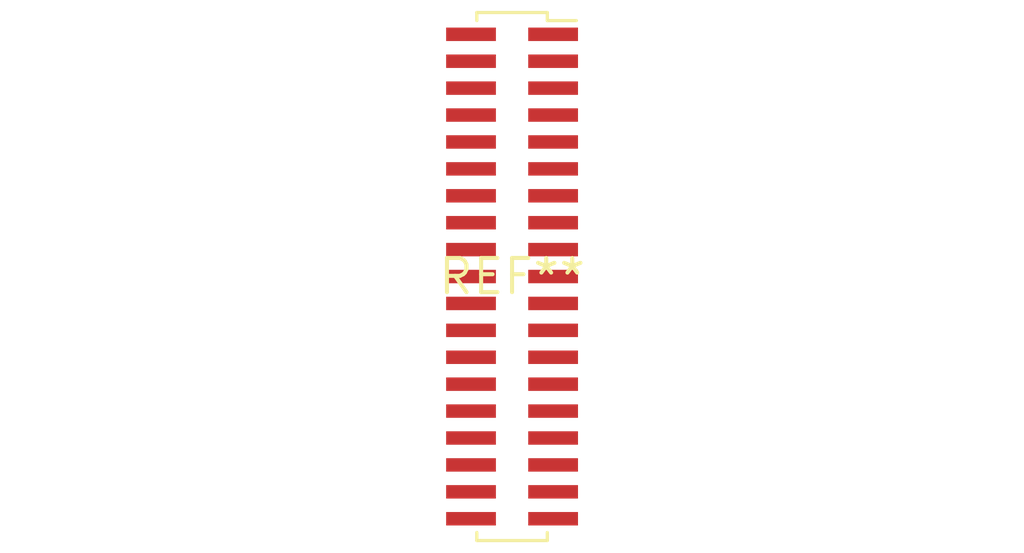
<source format=kicad_pcb>
(kicad_pcb (version 20240108) (generator pcbnew)
  (layers (0 "F.Cu" signal) (31 "B.Cu" signal) (34 "B.Paste" user) (35 "F.Paste" user) (36 "B.SilkS" user "B.Silkscreen") (37 "F.SilkS" user "F.Silkscreen") (38 "B.Mask" user) (39 "F.Mask" user) (44 "Edge.Cuts" user))
  (net 0 "")
  (footprint "PinSocket_2x19_P1.00mm_Vertical_SMD" (layer "F.Cu") (at 0 0)
    (property "Reference" "REF**")
    (property "Value" "PinSocket_2x19_P1.00mm_Vertical_SMD")
    (fp_line (start -1.31 -9.81) (end -1.31 -9.51) (layer "F.SilkS") (stroke (width 0.12)))
    (fp_line (start -1.31 -9.81) (end 1.31 -9.81) (layer "F.SilkS") (stroke (width 0.12)))
    (fp_line (start -1.31 9.51) (end -1.31 9.81) (layer "F.SilkS") (stroke (width 0.12)))
    (fp_line (start -1.31 9.81) (end 1.31 9.81) (layer "F.SilkS") (stroke (width 0.12)))
    (fp_line (start 1.31 -9.81) (end 1.31 -9.51) (layer "F.SilkS") (stroke (width 0.12)))
    (fp_line (start 1.31 -9.51) (end 2.39 -9.51) (layer "F.SilkS") (stroke (width 0.12)))
    (fp_line (start 1.31 9.51) (end 1.31 9.81) (layer "F.SilkS") (stroke (width 0.12)))
    (pad "1" smd rect (at 1.525 -9) (size 1.85 0.5) (layers "F.Cu" "F.Paste" "F.Mask"))
    (pad "2" smd rect (at -1.525 -9) (size 1.85 0.5) (layers "F.Cu" "F.Paste" "F.Mask"))
    (pad "3" smd rect (at 1.525 -8) (size 1.85 0.5) (layers "F.Cu" "F.Paste" "F.Mask"))
    (pad "4" smd rect (at -1.525 -8) (size 1.85 0.5) (layers "F.Cu" "F.Paste" "F.Mask"))
    (pad "5" smd rect (at 1.525 -7) (size 1.85 0.5) (layers "F.Cu" "F.Paste" "F.Mask"))
    (pad "6" smd rect (at -1.525 -7) (size 1.85 0.5) (layers "F.Cu" "F.Paste" "F.Mask"))
    (pad "7" smd rect (at 1.525 -6) (size 1.85 0.5) (layers "F.Cu" "F.Paste" "F.Mask"))
    (pad "8" smd rect (at -1.525 -6) (size 1.85 0.5) (layers "F.Cu" "F.Paste" "F.Mask"))
    (pad "9" smd rect (at 1.525 -5) (size 1.85 0.5) (layers "F.Cu" "F.Paste" "F.Mask"))
    (pad "10" smd rect (at -1.525 -5) (size 1.85 0.5) (layers "F.Cu" "F.Paste" "F.Mask"))
    (pad "11" smd rect (at 1.525 -4) (size 1.85 0.5) (layers "F.Cu" "F.Paste" "F.Mask"))
    (pad "12" smd rect (at -1.525 -4) (size 1.85 0.5) (layers "F.Cu" "F.Paste" "F.Mask"))
    (pad "13" smd rect (at 1.525 -3) (size 1.85 0.5) (layers "F.Cu" "F.Paste" "F.Mask"))
    (pad "14" smd rect (at -1.525 -3) (size 1.85 0.5) (layers "F.Cu" "F.Paste" "F.Mask"))
    (pad "15" smd rect (at 1.525 -2) (size 1.85 0.5) (layers "F.Cu" "F.Paste" "F.Mask"))
    (pad "16" smd rect (at -1.525 -2) (size 1.85 0.5) (layers "F.Cu" "F.Paste" "F.Mask"))
    (pad "17" smd rect (at 1.525 -1) (size 1.85 0.5) (layers "F.Cu" "F.Paste" "F.Mask"))
    (pad "18" smd rect (at -1.525 -1) (size 1.85 0.5) (layers "F.Cu" "F.Paste" "F.Mask"))
    (pad "19" smd rect (at 1.525 0) (size 1.85 0.5) (layers "F.Cu" "F.Paste" "F.Mask"))
    (pad "20" smd rect (at -1.525 0) (size 1.85 0.5) (layers "F.Cu" "F.Paste" "F.Mask"))
    (pad "21" smd rect (at 1.525 1) (size 1.85 0.5) (layers "F.Cu" "F.Paste" "F.Mask"))
    (pad "22" smd rect (at -1.525 1) (size 1.85 0.5) (layers "F.Cu" "F.Paste" "F.Mask"))
    (pad "23" smd rect (at 1.525 2) (size 1.85 0.5) (layers "F.Cu" "F.Paste" "F.Mask"))
    (pad "24" smd rect (at -1.525 2) (size 1.85 0.5) (layers "F.Cu" "F.Paste" "F.Mask"))
    (pad "25" smd rect (at 1.525 3) (size 1.85 0.5) (layers "F.Cu" "F.Paste" "F.Mask"))
    (pad "26" smd rect (at -1.525 3) (size 1.85 0.5) (layers "F.Cu" "F.Paste" "F.Mask"))
    (pad "27" smd rect (at 1.525 4) (size 1.85 0.5) (layers "F.Cu" "F.Paste" "F.Mask"))
    (pad "28" smd rect (at -1.525 4) (size 1.85 0.5) (layers "F.Cu" "F.Paste" "F.Mask"))
    (pad "29" smd rect (at 1.525 5) (size 1.85 0.5) (layers "F.Cu" "F.Paste" "F.Mask"))
    (pad "30" smd rect (at -1.525 5) (size 1.85 0.5) (layers "F.Cu" "F.Paste" "F.Mask"))
    (pad "31" smd rect (at 1.525 6) (size 1.85 0.5) (layers "F.Cu" "F.Paste" "F.Mask"))
    (pad "32" smd rect (at -1.525 6) (size 1.85 0.5) (layers "F.Cu" "F.Paste" "F.Mask"))
    (pad "33" smd rect (at 1.525 7) (size 1.85 0.5) (layers "F.Cu" "F.Paste" "F.Mask"))
    (pad "34" smd rect (at -1.525 7) (size 1.85 0.5) (layers "F.Cu" "F.Paste" "F.Mask"))
    (pad "35" smd rect (at 1.525 8) (size 1.85 0.5) (layers "F.Cu" "F.Paste" "F.Mask"))
    (pad "36" smd rect (at -1.525 8) (size 1.85 0.5) (layers "F.Cu" "F.Paste" "F.Mask"))
    (pad "37" smd rect (at 1.525 9) (size 1.85 0.5) (layers "F.Cu" "F.Paste" "F.Mask"))
    (pad "38" smd rect (at -1.525 9) (size 1.85 0.5) (layers "F.Cu" "F.Paste" "F.Mask"))
  )
)
</source>
